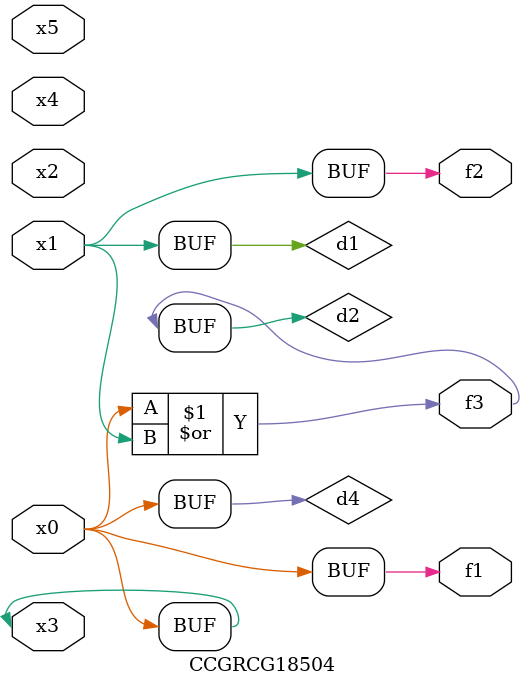
<source format=v>
module CCGRCG18504(
	input x0, x1, x2, x3, x4, x5,
	output f1, f2, f3
);

	wire d1, d2, d3, d4;

	and (d1, x1);
	or (d2, x0, x1);
	nand (d3, x0, x5);
	buf (d4, x0, x3);
	assign f1 = d4;
	assign f2 = d1;
	assign f3 = d2;
endmodule

</source>
